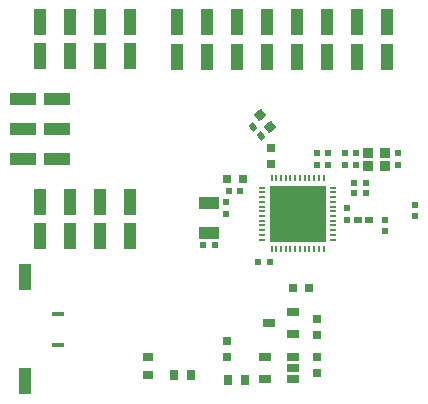
<source format=gtp>
G04 Layer_Color=8421504*
%FSLAX25Y25*%
%MOIN*%
G70*
G01*
G75*
%ADD10R,0.04016X0.08622*%
%ADD11R,0.08622X0.04016*%
%ADD12R,0.01968X0.02362*%
%ADD13R,0.02362X0.01968*%
%ADD14R,0.03937X0.02756*%
%ADD15R,0.03150X0.02953*%
%ADD16R,0.04000X0.03000*%
%ADD17R,0.02953X0.03150*%
%ADD18R,0.03000X0.03200*%
%ADD19R,0.02756X0.03543*%
%ADD20R,0.03543X0.02756*%
%ADD21R,0.18504X0.18504*%
%ADD22O,0.00787X0.02559*%
%ADD23O,0.02559X0.00787*%
G04:AMPARAMS|DCode=24|XSize=31.5mil|YSize=29.53mil|CornerRadius=0mil|HoleSize=0mil|Usage=FLASHONLY|Rotation=40.000|XOffset=0mil|YOffset=0mil|HoleType=Round|Shape=Rectangle|*
%AMROTATEDRECTD24*
4,1,4,-0.00257,-0.02143,-0.02155,0.00119,0.00257,0.02143,0.02155,-0.00119,-0.00257,-0.02143,0.0*
%
%ADD24ROTATEDRECTD24*%

G04:AMPARAMS|DCode=25|XSize=19.68mil|YSize=25.59mil|CornerRadius=0mil|HoleSize=0mil|Usage=FLASHONLY|Rotation=40.000|XOffset=0mil|YOffset=0mil|HoleType=Round|Shape=Rectangle|*
%AMROTATEDRECTD25*
4,1,4,0.00069,-0.01613,-0.01576,0.00348,-0.00069,0.01613,0.01576,-0.00348,0.00069,-0.01613,0.0*
%
%ADD25ROTATEDRECTD25*%

%ADD26R,0.07087X0.03937*%
%ADD27R,0.02559X0.01968*%
%ADD28R,0.03740X0.03347*%
%ADD29R,0.03937X0.01772*%
D10*
X-118091Y87090D02*
D03*
X-108091D02*
D03*
X-98090D02*
D03*
X-88090D02*
D03*
X-108091Y75910D02*
D03*
X-118091D02*
D03*
X-98090D02*
D03*
X-88090D02*
D03*
Y15910D02*
D03*
X-98090D02*
D03*
X-108091D02*
D03*
X-118091D02*
D03*
X-88090Y27091D02*
D03*
X-98090D02*
D03*
X-108091D02*
D03*
X-118091D02*
D03*
X-32500Y75465D02*
D03*
Y87000D02*
D03*
X-72500Y75465D02*
D03*
X-42500D02*
D03*
X-52500Y75465D02*
D03*
X-2500Y75465D02*
D03*
X-12500D02*
D03*
X-72500Y87000D02*
D03*
X-42500D02*
D03*
X-52500D02*
D03*
X-2500D02*
D03*
X-12500D02*
D03*
X-62500Y75465D02*
D03*
X-22500D02*
D03*
X-62500Y87000D02*
D03*
X-22500D02*
D03*
X-123221Y-32705D02*
D03*
Y1941D02*
D03*
D11*
X-112500Y41500D02*
D03*
Y51500D02*
D03*
Y61500D02*
D03*
X-123681Y41500D02*
D03*
Y51500D02*
D03*
Y61500D02*
D03*
D12*
X-15700Y25194D02*
D03*
Y21257D02*
D03*
X-25701Y43295D02*
D03*
Y39358D02*
D03*
X1199Y43295D02*
D03*
Y39358D02*
D03*
X-16301D02*
D03*
Y43295D02*
D03*
X-12801Y39358D02*
D03*
Y43295D02*
D03*
X-21901Y39358D02*
D03*
Y43295D02*
D03*
X-56000Y26994D02*
D03*
Y23057D02*
D03*
X-3200Y17282D02*
D03*
Y21219D02*
D03*
X6800Y26219D02*
D03*
Y22282D02*
D03*
D13*
X-59632Y12625D02*
D03*
X-63569D02*
D03*
X-41432Y7125D02*
D03*
X-45369D02*
D03*
X-13369Y33525D02*
D03*
X-9432D02*
D03*
Y30025D02*
D03*
X-13369D02*
D03*
X-51232Y30625D02*
D03*
X-55169D02*
D03*
D14*
X-33600Y-32055D02*
D03*
Y-28315D02*
D03*
Y-24575D02*
D03*
X-43049D02*
D03*
Y-32055D02*
D03*
D15*
X-55600Y-24575D02*
D03*
Y-19260D02*
D03*
X-25600Y-24575D02*
D03*
Y-29890D02*
D03*
Y-17075D02*
D03*
Y-11760D02*
D03*
X-41100Y39788D02*
D03*
Y45103D02*
D03*
D16*
X-41868Y-13315D02*
D03*
X-33600Y-9575D02*
D03*
Y-17055D02*
D03*
D17*
X-33657Y-1500D02*
D03*
X-28343D02*
D03*
X-55858Y34725D02*
D03*
X-50543D02*
D03*
D18*
X-67750Y-30500D02*
D03*
X-73250D02*
D03*
D19*
X-55553Y-32075D02*
D03*
X-49647D02*
D03*
D20*
X-82100Y-30527D02*
D03*
Y-24622D02*
D03*
D21*
X-32200Y23225D02*
D03*
D22*
X-40861Y35135D02*
D03*
X-39287D02*
D03*
X-37712D02*
D03*
X-36137D02*
D03*
X-34562D02*
D03*
X-32987D02*
D03*
X-31413D02*
D03*
X-29838D02*
D03*
X-28263D02*
D03*
X-26688D02*
D03*
X-25113D02*
D03*
X-23539D02*
D03*
Y11316D02*
D03*
X-25113D02*
D03*
X-26688D02*
D03*
X-28263D02*
D03*
X-29838D02*
D03*
X-31413D02*
D03*
X-32987D02*
D03*
X-34562D02*
D03*
X-36137D02*
D03*
X-37712D02*
D03*
X-39287D02*
D03*
X-40861D02*
D03*
D23*
X-20291Y31887D02*
D03*
Y30312D02*
D03*
Y28737D02*
D03*
Y27162D02*
D03*
Y25588D02*
D03*
Y24013D02*
D03*
Y22438D02*
D03*
Y20863D02*
D03*
Y19288D02*
D03*
Y17714D02*
D03*
Y16139D02*
D03*
Y14564D02*
D03*
X-44110D02*
D03*
Y16139D02*
D03*
Y17714D02*
D03*
Y19288D02*
D03*
Y20863D02*
D03*
Y22438D02*
D03*
Y24013D02*
D03*
Y25588D02*
D03*
Y27162D02*
D03*
Y28737D02*
D03*
Y30312D02*
D03*
Y31887D02*
D03*
D24*
X-41289Y52010D02*
D03*
X-44705Y56081D02*
D03*
D25*
X-46899Y52078D02*
D03*
X-44495Y49213D02*
D03*
D26*
X-61600Y16804D02*
D03*
Y26647D02*
D03*
D27*
X-8230Y21225D02*
D03*
X-11970D02*
D03*
D28*
X-2946Y39062D02*
D03*
Y43590D02*
D03*
X-8655D02*
D03*
Y39062D02*
D03*
D29*
X-112000Y-20500D02*
D03*
Y-10264D02*
D03*
M02*

</source>
